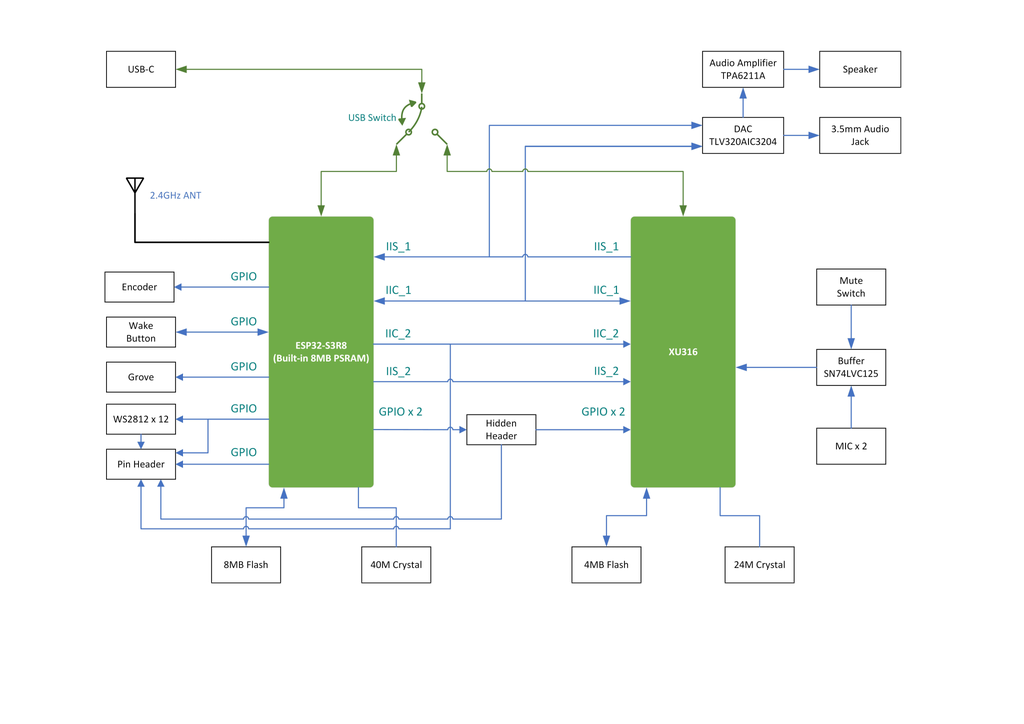
<source format=kicad_sch>
(kicad_sch (version 20250114) (generator "eeschema") (generator_version "9.0")
  (paper "A3")
  (title_block (comment 1 "Licensed under CERN-OHL-P v2"))
  (lib_symbols)
  (image (at 206.248 130.048) (scale 1.23268))
)
</source>
